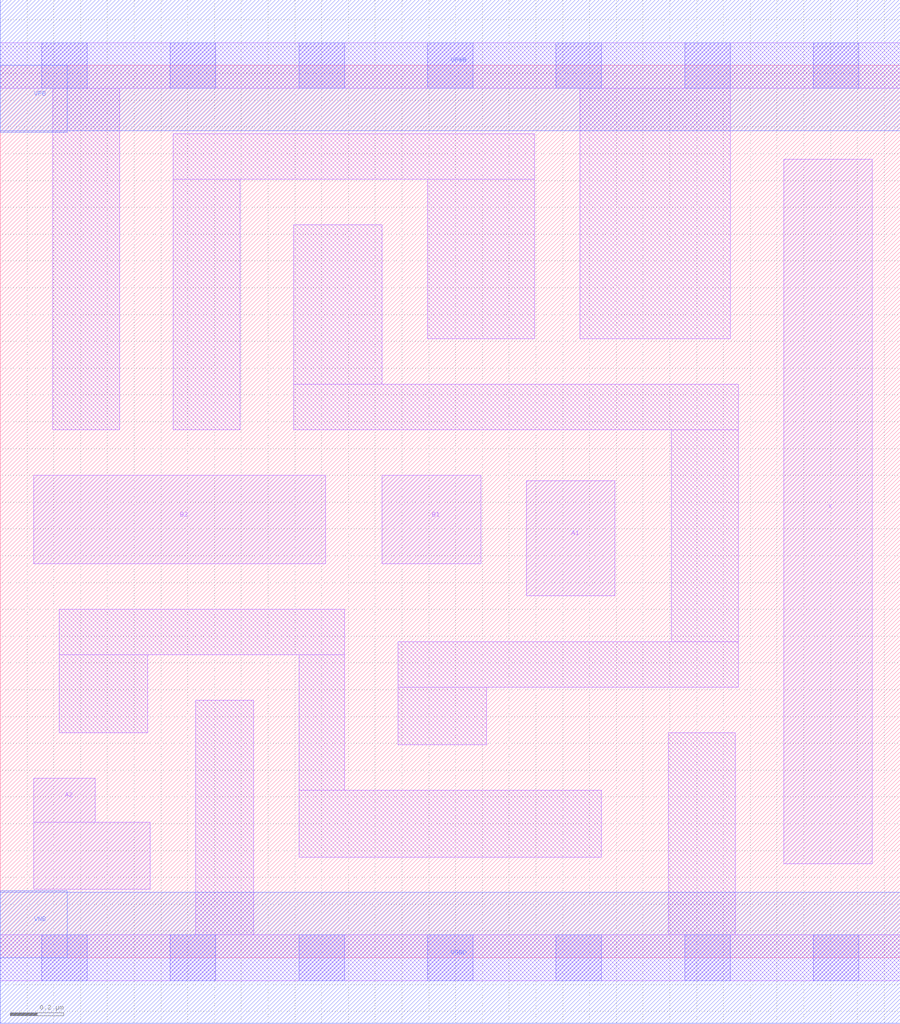
<source format=lef>
# Copyright 2020 The SkyWater PDK Authors
#
# Licensed under the Apache License, Version 2.0 (the "License");
# you may not use this file except in compliance with the License.
# You may obtain a copy of the License at
#
#     https://www.apache.org/licenses/LICENSE-2.0
#
# Unless required by applicable law or agreed to in writing, software
# distributed under the License is distributed on an "AS IS" BASIS,
# WITHOUT WARRANTIES OR CONDITIONS OF ANY KIND, either express or implied.
# See the License for the specific language governing permissions and
# limitations under the License.
#
# SPDX-License-Identifier: Apache-2.0

VERSION 5.5 ;
NAMESCASESENSITIVE ON ;
BUSBITCHARS "[]" ;
DIVIDERCHAR "/" ;
MACRO sky130_fd_sc_hs__a22o_1
  CLASS CORE ;
  SOURCE USER ;
  ORIGIN  0.000000  0.000000 ;
  SIZE  3.360000 BY  3.330000 ;
  SYMMETRY X Y ;
  SITE unit ;
  PIN A1
    ANTENNAGATEAREA  0.246000 ;
    DIRECTION INPUT ;
    USE SIGNAL ;
    PORT
      LAYER li1 ;
        RECT 1.965000 1.350000 2.295000 1.780000 ;
    END
  END A1
  PIN A2
    ANTENNAGATEAREA  0.246000 ;
    DIRECTION INPUT ;
    USE SIGNAL ;
    PORT
      LAYER li1 ;
        RECT 0.125000 0.255000 0.560000 0.505000 ;
        RECT 0.125000 0.505000 0.355000 0.670000 ;
    END
  END A2
  PIN B1
    ANTENNAGATEAREA  0.246000 ;
    DIRECTION INPUT ;
    USE SIGNAL ;
    PORT
      LAYER li1 ;
        RECT 1.425000 1.470000 1.795000 1.800000 ;
    END
  END B1
  PIN B2
    ANTENNAGATEAREA  0.246000 ;
    DIRECTION INPUT ;
    USE SIGNAL ;
    PORT
      LAYER li1 ;
        RECT 0.125000 1.470000 1.215000 1.800000 ;
    END
  END B2
  PIN X
    ANTENNADIFFAREA  0.504100 ;
    DIRECTION OUTPUT ;
    USE SIGNAL ;
    PORT
      LAYER li1 ;
        RECT 2.925000 0.350000 3.255000 2.980000 ;
    END
  END X
  PIN VGND
    DIRECTION INOUT ;
    USE GROUND ;
    PORT
      LAYER met1 ;
        RECT 0.000000 -0.245000 3.360000 0.245000 ;
    END
  END VGND
  PIN VNB
    DIRECTION INOUT ;
    USE GROUND ;
    PORT
    END
  END VNB
  PIN VPB
    DIRECTION INOUT ;
    USE POWER ;
    PORT
    END
  END VPB
  PIN VNB
    DIRECTION INOUT ;
    USE GROUND ;
    PORT
      LAYER met1 ;
        RECT 0.000000 0.000000 0.250000 0.250000 ;
    END
  END VNB
  PIN VPB
    DIRECTION INOUT ;
    USE POWER ;
    PORT
      LAYER met1 ;
        RECT 0.000000 3.080000 0.250000 3.330000 ;
    END
  END VPB
  PIN VPWR
    DIRECTION INOUT ;
    USE POWER ;
    PORT
      LAYER met1 ;
        RECT 0.000000 3.085000 3.360000 3.575000 ;
    END
  END VPWR
  OBS
    LAYER li1 ;
      RECT 0.000000 -0.085000 3.360000 0.085000 ;
      RECT 0.000000  3.245000 3.360000 3.415000 ;
      RECT 0.195000  1.970000 0.445000 3.245000 ;
      RECT 0.220000  0.840000 0.550000 1.130000 ;
      RECT 0.220000  1.130000 1.285000 1.300000 ;
      RECT 0.645000  1.970000 0.895000 2.905000 ;
      RECT 0.645000  2.905000 1.995000 3.075000 ;
      RECT 0.730000  0.085000 0.945000 0.960000 ;
      RECT 1.095000  1.970000 2.755000 2.140000 ;
      RECT 1.095000  2.140000 1.425000 2.735000 ;
      RECT 1.115000  0.375000 2.245000 0.625000 ;
      RECT 1.115000  0.625000 1.285000 1.130000 ;
      RECT 1.485000  0.795000 1.815000 1.010000 ;
      RECT 1.485000  1.010000 2.755000 1.180000 ;
      RECT 1.595000  2.310000 1.995000 2.905000 ;
      RECT 2.165000  2.310000 2.725000 3.245000 ;
      RECT 2.495000  0.085000 2.745000 0.840000 ;
      RECT 2.505000  1.180000 2.755000 1.970000 ;
    LAYER mcon ;
      RECT 0.155000 -0.085000 0.325000 0.085000 ;
      RECT 0.155000  3.245000 0.325000 3.415000 ;
      RECT 0.635000 -0.085000 0.805000 0.085000 ;
      RECT 0.635000  3.245000 0.805000 3.415000 ;
      RECT 1.115000 -0.085000 1.285000 0.085000 ;
      RECT 1.115000  3.245000 1.285000 3.415000 ;
      RECT 1.595000 -0.085000 1.765000 0.085000 ;
      RECT 1.595000  3.245000 1.765000 3.415000 ;
      RECT 2.075000 -0.085000 2.245000 0.085000 ;
      RECT 2.075000  3.245000 2.245000 3.415000 ;
      RECT 2.555000 -0.085000 2.725000 0.085000 ;
      RECT 2.555000  3.245000 2.725000 3.415000 ;
      RECT 3.035000 -0.085000 3.205000 0.085000 ;
      RECT 3.035000  3.245000 3.205000 3.415000 ;
  END
END sky130_fd_sc_hs__a22o_1
END LIBRARY

</source>
